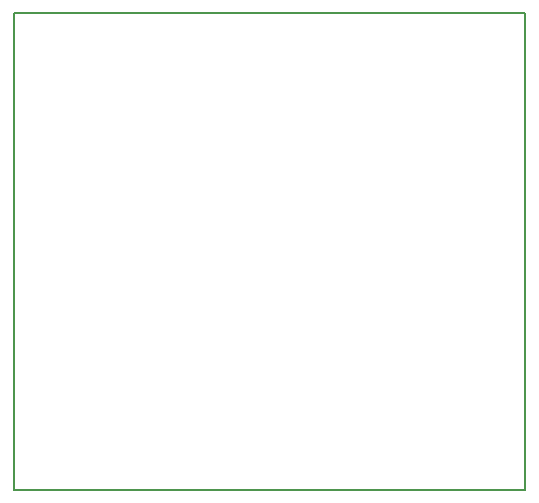
<source format=gbr>
G04 #@! TF.FileFunction,Profile,NP*
%FSLAX46Y46*%
G04 Gerber Fmt 4.6, Leading zero omitted, Abs format (unit mm)*
G04 Created by KiCad (PCBNEW 4.0.6) date 11/09/17 14:44:06*
%MOMM*%
%LPD*%
G01*
G04 APERTURE LIST*
%ADD10C,0.100000*%
%ADD11C,0.150000*%
G04 APERTURE END LIST*
D10*
D11*
X161671000Y-62484000D02*
X161671000Y-64262000D01*
X118364000Y-62484000D02*
X161671000Y-62484000D01*
X118364000Y-64389000D02*
X118364000Y-62484000D01*
X118364000Y-102870000D02*
X118364000Y-101854000D01*
X161671000Y-102870000D02*
X118364000Y-102870000D01*
X161671000Y-102489000D02*
X161671000Y-102870000D01*
X161671000Y-101854000D02*
X161671000Y-102489000D01*
X118364000Y-101854000D02*
X118364000Y-64262000D01*
X161671000Y-64262000D02*
X161671000Y-101854000D01*
M02*

</source>
